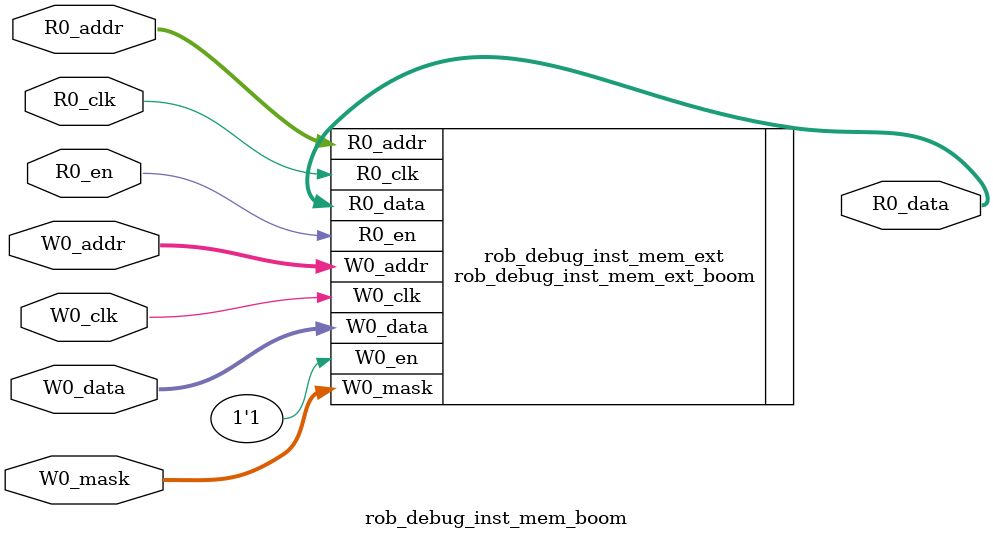
<source format=sv>
`ifndef RANDOMIZE
  `ifdef RANDOMIZE_REG_INIT
    `define RANDOMIZE
  `endif // RANDOMIZE_REG_INIT
`endif // not def RANDOMIZE
`ifndef RANDOMIZE
  `ifdef RANDOMIZE_MEM_INIT
    `define RANDOMIZE
  `endif // RANDOMIZE_MEM_INIT
`endif // not def RANDOMIZE

`ifndef RANDOM
  `define RANDOM $random
`endif // not def RANDOM

// Users can define 'PRINTF_COND' to add an extra gate to prints.
`ifndef PRINTF_COND_
  `ifdef PRINTF_COND
    `define PRINTF_COND_ (`PRINTF_COND)
  `else  // PRINTF_COND
    `define PRINTF_COND_ 1
  `endif // PRINTF_COND
`endif // not def PRINTF_COND_

// Users can define 'ASSERT_VERBOSE_COND' to add an extra gate to assert error printing.
`ifndef ASSERT_VERBOSE_COND_
  `ifdef ASSERT_VERBOSE_COND
    `define ASSERT_VERBOSE_COND_ (`ASSERT_VERBOSE_COND)
  `else  // ASSERT_VERBOSE_COND
    `define ASSERT_VERBOSE_COND_ 1
  `endif // ASSERT_VERBOSE_COND
`endif // not def ASSERT_VERBOSE_COND_

// Users can define 'STOP_COND' to add an extra gate to stop conditions.
`ifndef STOP_COND_
  `ifdef STOP_COND
    `define STOP_COND_ (`STOP_COND)
  `else  // STOP_COND
    `define STOP_COND_ 1
  `endif // STOP_COND
`endif // not def STOP_COND_

// Users can define INIT_RANDOM as general code that gets injected into the
// initializer block for modules with registers.
`ifndef INIT_RANDOM
  `define INIT_RANDOM
`endif // not def INIT_RANDOM

// If using random initialization, you can also define RANDOMIZE_DELAY to
// customize the delay used, otherwise 0.002 is used.
`ifndef RANDOMIZE_DELAY
  `define RANDOMIZE_DELAY 0.002
`endif // not def RANDOMIZE_DELAY

// Define INIT_RANDOM_PROLOG_ for use in our modules below.
`ifndef INIT_RANDOM_PROLOG_
  `ifdef RANDOMIZE
    `ifdef VERILATOR
      `define INIT_RANDOM_PROLOG_ `INIT_RANDOM
    `else  // VERILATOR
      `define INIT_RANDOM_PROLOG_ `INIT_RANDOM #`RANDOMIZE_DELAY begin end
    `endif // VERILATOR
  `else  // RANDOMIZE
    `define INIT_RANDOM_PROLOG_
  `endif // RANDOMIZE
`endif // not def INIT_RANDOM_PROLOG_

module rob_debug_inst_mem_boom(	// @[rob.scala:295:41]
  input  [4:0]  R0_addr,
  input         R0_en,
                R0_clk,
  input  [4:0]  W0_addr,
  input         W0_clk,
  input  [63:0] W0_data,
  input  [1:0]  W0_mask,
  output [63:0] R0_data
);

  rob_debug_inst_mem_ext_boom rob_debug_inst_mem_ext (	// @[rob.scala:295:41]
    .R0_addr (R0_addr),
    .R0_en   (R0_en),
    .R0_clk  (R0_clk),
    .W0_addr (W0_addr),
    .W0_en   (1'h1),
    .W0_clk  (W0_clk),
    .W0_data (W0_data),
    .W0_mask (W0_mask),
    .R0_data (R0_data)
  );
endmodule


</source>
